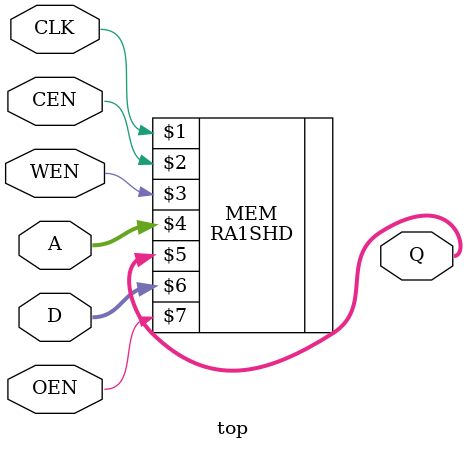
<source format=v>
module top(
   CLK,
   CEN,
   WEN,
   A,
   Q,
   D,
   OEN);
   
   input CLK;
   input CEN;
   input WEN;
   input [11:0] A;
   input [31:0] D;
   input OEN;
   output [31:0] Q;

RA1SHD MEM(
   CLK,
   CEN,
   WEN,
   A,
   Q,
   D,
   OEN
);

endmodule
</source>
